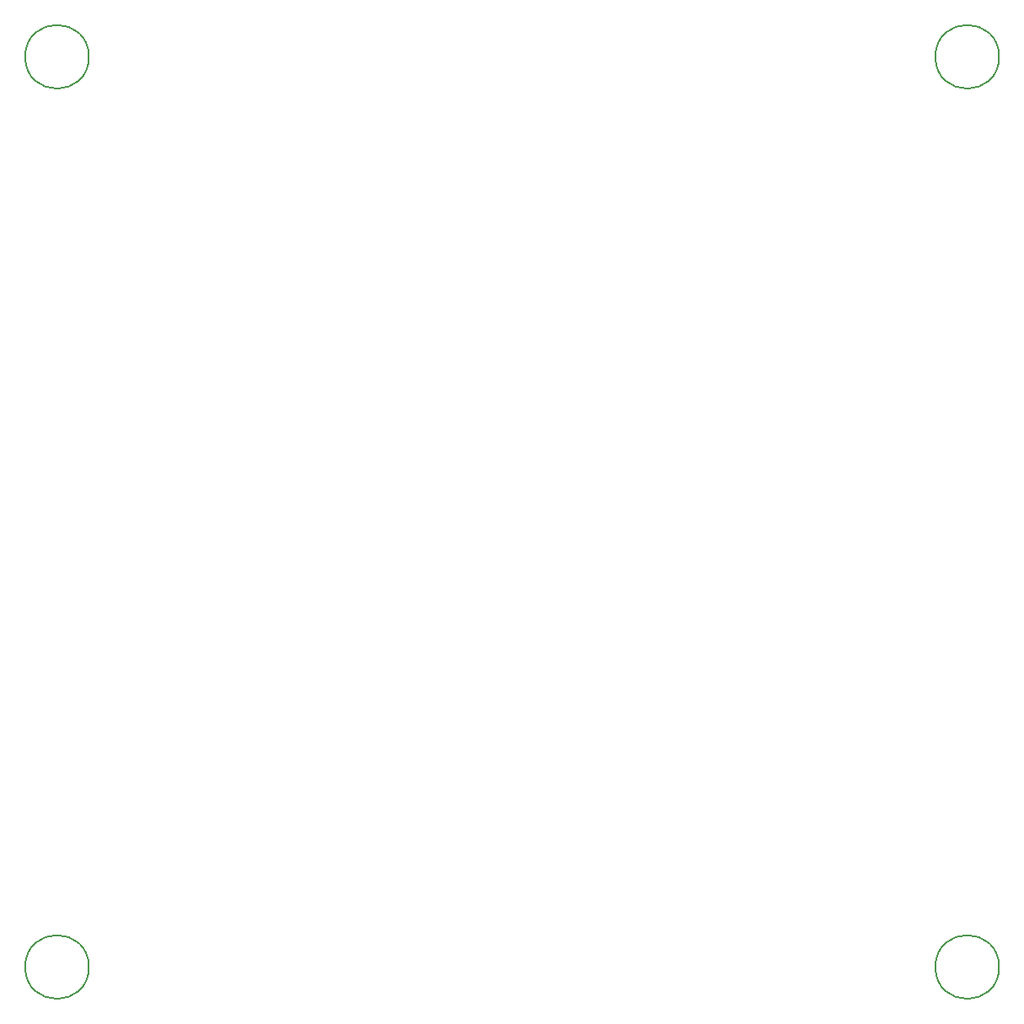
<source format=gbr>
%TF.GenerationSoftware,KiCad,Pcbnew,5.99.0-unknown-e950278637~142~ubuntu18.04.1*%
%TF.CreationDate,2021-10-25T23:56:18+03:00*%
%TF.ProjectId,cdf-1,6364662d-312e-46b6-9963-61645f706362,rev?*%
%TF.SameCoordinates,Original*%
%TF.FileFunction,Other,Comment*%
%FSLAX46Y46*%
G04 Gerber Fmt 4.6, Leading zero omitted, Abs format (unit mm)*
G04 Created by KiCad (PCBNEW 5.99.0-unknown-e950278637~142~ubuntu18.04.1) date 2021-10-25 23:56:18*
%MOMM*%
%LPD*%
G01*
G04 APERTURE LIST*
%ADD10C,0.150000*%
G04 APERTURE END LIST*
D10*
%TO.C,H5*%
X160299000Y-52070000D02*
G75*
G03*
X160299000Y-52070000I-3200000J0D01*
G01*
%TO.C,H6*%
X251739000Y-52070000D02*
G75*
G03*
X251739000Y-52070000I-3200000J0D01*
G01*
%TO.C,H8*%
X160299000Y-143510000D02*
G75*
G03*
X160299000Y-143510000I-3200000J0D01*
G01*
%TO.C,H7*%
X251739000Y-143510000D02*
G75*
G03*
X251739000Y-143510000I-3200000J0D01*
G01*
%TD*%
M02*

</source>
